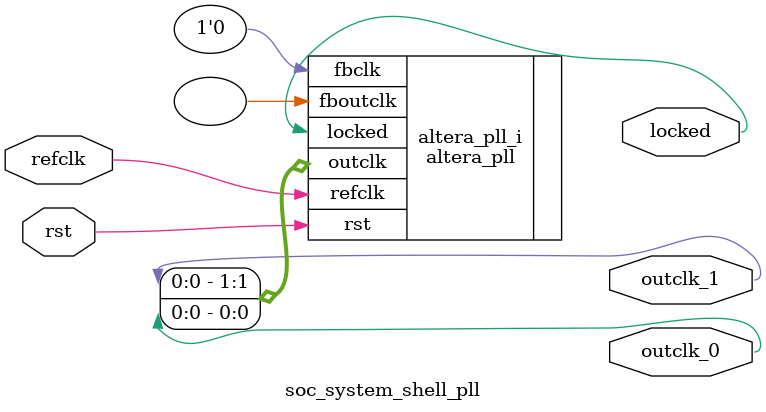
<source format=v>
`timescale 1ns/10ps
module  soc_system_shell_pll(

	// interface 'refclk'
	input wire refclk,

	// interface 'reset'
	input wire rst,

	// interface 'outclk0'
	output wire outclk_0,

	// interface 'outclk1'
	output wire outclk_1,

	// interface 'locked'
	output wire locked
);

	altera_pll #(
		.fractional_vco_multiplier("false"),
		.reference_clock_frequency("50.0 MHz"),
		.pll_fractional_cout(32),
		.pll_dsm_out_sel("1st_order"),
		.operation_mode("direct"),
		.number_of_clocks(2),
		.output_clock_frequency0("100.000000 MHz"),
		.phase_shift0("0 ps"),
		.duty_cycle0(50),
		.output_clock_frequency1("25.000000 MHz"),
		.phase_shift1("0 ps"),
		.duty_cycle1(50),
		.output_clock_frequency2("0 MHz"),
		.phase_shift2("0 ps"),
		.duty_cycle2(50),
		.output_clock_frequency3("0 MHz"),
		.phase_shift3("0 ps"),
		.duty_cycle3(50),
		.output_clock_frequency4("0 MHz"),
		.phase_shift4("0 ps"),
		.duty_cycle4(50),
		.output_clock_frequency5("0 MHz"),
		.phase_shift5("0 ps"),
		.duty_cycle5(50),
		.output_clock_frequency6("0 MHz"),
		.phase_shift6("0 ps"),
		.duty_cycle6(50),
		.output_clock_frequency7("0 MHz"),
		.phase_shift7("0 ps"),
		.duty_cycle7(50),
		.output_clock_frequency8("0 MHz"),
		.phase_shift8("0 ps"),
		.duty_cycle8(50),
		.output_clock_frequency9("0 MHz"),
		.phase_shift9("0 ps"),
		.duty_cycle9(50),
		.output_clock_frequency10("0 MHz"),
		.phase_shift10("0 ps"),
		.duty_cycle10(50),
		.output_clock_frequency11("0 MHz"),
		.phase_shift11("0 ps"),
		.duty_cycle11(50),
		.output_clock_frequency12("0 MHz"),
		.phase_shift12("0 ps"),
		.duty_cycle12(50),
		.output_clock_frequency13("0 MHz"),
		.phase_shift13("0 ps"),
		.duty_cycle13(50),
		.output_clock_frequency14("0 MHz"),
		.phase_shift14("0 ps"),
		.duty_cycle14(50),
		.output_clock_frequency15("0 MHz"),
		.phase_shift15("0 ps"),
		.duty_cycle15(50),
		.output_clock_frequency16("0 MHz"),
		.phase_shift16("0 ps"),
		.duty_cycle16(50),
		.output_clock_frequency17("0 MHz"),
		.phase_shift17("0 ps"),
		.duty_cycle17(50),
		.pll_type("Cyclone V"),
		.pll_subtype("General"),
		.m_cnt_hi_div(16),
		.m_cnt_lo_div(16),
		.n_cnt_hi_div(256),
		.n_cnt_lo_div(256),
		.m_cnt_bypass_en("false"),
		.n_cnt_bypass_en("true"),
		.m_cnt_odd_div_duty_en("false"),
		.n_cnt_odd_div_duty_en("false"),
		.c_cnt_hi_div0(8),
		.c_cnt_lo_div0(8),
		.c_cnt_prst0(1),
		.c_cnt_ph_mux_prst0(0),
		.c_cnt_in_src0("ph_mux_clk"),
		.c_cnt_bypass_en0("false"),
		.c_cnt_odd_div_duty_en0("false"),
		.c_cnt_hi_div1(32),
		.c_cnt_lo_div1(32),
		.c_cnt_prst1(1),
		.c_cnt_ph_mux_prst1(0),
		.c_cnt_in_src1("ph_mux_clk"),
		.c_cnt_bypass_en1("false"),
		.c_cnt_odd_div_duty_en1("false"),
		.c_cnt_hi_div2(1),
		.c_cnt_lo_div2(1),
		.c_cnt_prst2(1),
		.c_cnt_ph_mux_prst2(0),
		.c_cnt_in_src2("ph_mux_clk"),
		.c_cnt_bypass_en2("true"),
		.c_cnt_odd_div_duty_en2("false"),
		.c_cnt_hi_div3(1),
		.c_cnt_lo_div3(1),
		.c_cnt_prst3(1),
		.c_cnt_ph_mux_prst3(0),
		.c_cnt_in_src3("ph_mux_clk"),
		.c_cnt_bypass_en3("true"),
		.c_cnt_odd_div_duty_en3("false"),
		.c_cnt_hi_div4(1),
		.c_cnt_lo_div4(1),
		.c_cnt_prst4(1),
		.c_cnt_ph_mux_prst4(0),
		.c_cnt_in_src4("ph_mux_clk"),
		.c_cnt_bypass_en4("true"),
		.c_cnt_odd_div_duty_en4("false"),
		.c_cnt_hi_div5(1),
		.c_cnt_lo_div5(1),
		.c_cnt_prst5(1),
		.c_cnt_ph_mux_prst5(0),
		.c_cnt_in_src5("ph_mux_clk"),
		.c_cnt_bypass_en5("true"),
		.c_cnt_odd_div_duty_en5("false"),
		.c_cnt_hi_div6(1),
		.c_cnt_lo_div6(1),
		.c_cnt_prst6(1),
		.c_cnt_ph_mux_prst6(0),
		.c_cnt_in_src6("ph_mux_clk"),
		.c_cnt_bypass_en6("true"),
		.c_cnt_odd_div_duty_en6("false"),
		.c_cnt_hi_div7(1),
		.c_cnt_lo_div7(1),
		.c_cnt_prst7(1),
		.c_cnt_ph_mux_prst7(0),
		.c_cnt_in_src7("ph_mux_clk"),
		.c_cnt_bypass_en7("true"),
		.c_cnt_odd_div_duty_en7("false"),
		.c_cnt_hi_div8(1),
		.c_cnt_lo_div8(1),
		.c_cnt_prst8(1),
		.c_cnt_ph_mux_prst8(0),
		.c_cnt_in_src8("ph_mux_clk"),
		.c_cnt_bypass_en8("true"),
		.c_cnt_odd_div_duty_en8("false"),
		.c_cnt_hi_div9(1),
		.c_cnt_lo_div9(1),
		.c_cnt_prst9(1),
		.c_cnt_ph_mux_prst9(0),
		.c_cnt_in_src9("ph_mux_clk"),
		.c_cnt_bypass_en9("true"),
		.c_cnt_odd_div_duty_en9("false"),
		.c_cnt_hi_div10(1),
		.c_cnt_lo_div10(1),
		.c_cnt_prst10(1),
		.c_cnt_ph_mux_prst10(0),
		.c_cnt_in_src10("ph_mux_clk"),
		.c_cnt_bypass_en10("true"),
		.c_cnt_odd_div_duty_en10("false"),
		.c_cnt_hi_div11(1),
		.c_cnt_lo_div11(1),
		.c_cnt_prst11(1),
		.c_cnt_ph_mux_prst11(0),
		.c_cnt_in_src11("ph_mux_clk"),
		.c_cnt_bypass_en11("true"),
		.c_cnt_odd_div_duty_en11("false"),
		.c_cnt_hi_div12(1),
		.c_cnt_lo_div12(1),
		.c_cnt_prst12(1),
		.c_cnt_ph_mux_prst12(0),
		.c_cnt_in_src12("ph_mux_clk"),
		.c_cnt_bypass_en12("true"),
		.c_cnt_odd_div_duty_en12("false"),
		.c_cnt_hi_div13(1),
		.c_cnt_lo_div13(1),
		.c_cnt_prst13(1),
		.c_cnt_ph_mux_prst13(0),
		.c_cnt_in_src13("ph_mux_clk"),
		.c_cnt_bypass_en13("true"),
		.c_cnt_odd_div_duty_en13("false"),
		.c_cnt_hi_div14(1),
		.c_cnt_lo_div14(1),
		.c_cnt_prst14(1),
		.c_cnt_ph_mux_prst14(0),
		.c_cnt_in_src14("ph_mux_clk"),
		.c_cnt_bypass_en14("true"),
		.c_cnt_odd_div_duty_en14("false"),
		.c_cnt_hi_div15(1),
		.c_cnt_lo_div15(1),
		.c_cnt_prst15(1),
		.c_cnt_ph_mux_prst15(0),
		.c_cnt_in_src15("ph_mux_clk"),
		.c_cnt_bypass_en15("true"),
		.c_cnt_odd_div_duty_en15("false"),
		.c_cnt_hi_div16(1),
		.c_cnt_lo_div16(1),
		.c_cnt_prst16(1),
		.c_cnt_ph_mux_prst16(0),
		.c_cnt_in_src16("ph_mux_clk"),
		.c_cnt_bypass_en16("true"),
		.c_cnt_odd_div_duty_en16("false"),
		.c_cnt_hi_div17(1),
		.c_cnt_lo_div17(1),
		.c_cnt_prst17(1),
		.c_cnt_ph_mux_prst17(0),
		.c_cnt_in_src17("ph_mux_clk"),
		.c_cnt_bypass_en17("true"),
		.c_cnt_odd_div_duty_en17("false"),
		.pll_vco_div(1),
		.pll_cp_current(20),
		.pll_bwctrl(4000),
		.pll_output_clk_frequency("1600.0 MHz"),
		.pll_fractional_division("1"),
		.mimic_fbclk_type("none"),
		.pll_fbclk_mux_1("glb"),
		.pll_fbclk_mux_2("m_cnt"),
		.pll_m_cnt_in_src("ph_mux_clk"),
		.pll_slf_rst("false")
	) altera_pll_i (
		.rst	(rst),
		.outclk	({outclk_1, outclk_0}),
		.locked	(locked),
		.fboutclk	( ),
		.fbclk	(1'b0),
		.refclk	(refclk)
	);
endmodule


</source>
